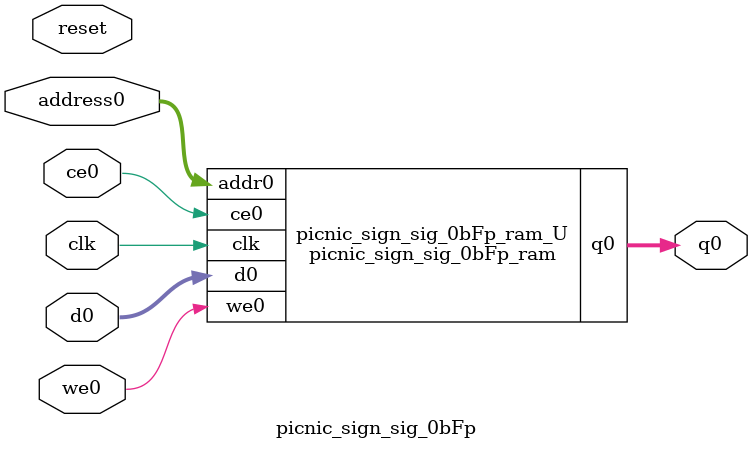
<source format=v>
`timescale 1 ns / 1 ps
module picnic_sign_sig_0bFp_ram (addr0, ce0, d0, we0, q0,  clk);

parameter DWIDTH = 8;
parameter AWIDTH = 15;
parameter MEM_SIZE = 16425;

input[AWIDTH-1:0] addr0;
input ce0;
input[DWIDTH-1:0] d0;
input we0;
output reg[DWIDTH-1:0] q0;
input clk;

(* ram_style = "block" *)reg [DWIDTH-1:0] ram[0:MEM_SIZE-1];




always @(posedge clk)  
begin 
    if (ce0) begin
        if (we0) 
            ram[addr0] <= d0; 
        q0 <= ram[addr0];
    end
end


endmodule

`timescale 1 ns / 1 ps
module picnic_sign_sig_0bFp(
    reset,
    clk,
    address0,
    ce0,
    we0,
    d0,
    q0);

parameter DataWidth = 32'd8;
parameter AddressRange = 32'd16425;
parameter AddressWidth = 32'd15;
input reset;
input clk;
input[AddressWidth - 1:0] address0;
input ce0;
input we0;
input[DataWidth - 1:0] d0;
output[DataWidth - 1:0] q0;



picnic_sign_sig_0bFp_ram picnic_sign_sig_0bFp_ram_U(
    .clk( clk ),
    .addr0( address0 ),
    .ce0( ce0 ),
    .we0( we0 ),
    .d0( d0 ),
    .q0( q0 ));

endmodule


</source>
